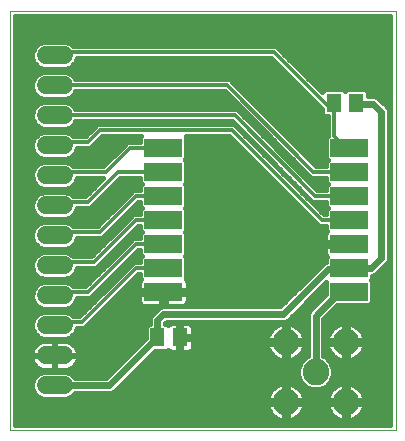
<source format=gtl>
G75*
G70*
%OFA0B0*%
%FSLAX24Y24*%
%IPPOS*%
%LPD*%
%AMOC8*
5,1,8,0,0,1.08239X$1,22.5*
%
%ADD10C,0.0000*%
%ADD11R,0.0512X0.0591*%
%ADD12C,0.0886*%
%ADD13C,0.0600*%
%ADD14R,0.1250X0.0600*%
%ADD15R,0.0512X0.0630*%
%ADD16C,0.0240*%
%ADD17C,0.0320*%
%ADD18C,0.0160*%
%ADD19C,0.0120*%
D10*
X003000Y002008D02*
X003000Y016004D01*
X015870Y016004D01*
X015870Y002008D01*
X003000Y002008D01*
D11*
X007926Y005108D03*
X008674Y005108D03*
D12*
X012200Y004958D03*
X013200Y003958D03*
X014200Y004958D03*
X014200Y002958D03*
X012200Y002958D03*
D13*
X004800Y003508D02*
X004200Y003508D01*
X004200Y004508D02*
X004800Y004508D01*
X004800Y005508D02*
X004200Y005508D01*
X004200Y006508D02*
X004800Y006508D01*
X004800Y007508D02*
X004200Y007508D01*
X004200Y008508D02*
X004800Y008508D01*
X004800Y009508D02*
X004200Y009508D01*
X004200Y010508D02*
X004800Y010508D01*
X004800Y011508D02*
X004200Y011508D01*
X004200Y012508D02*
X004800Y012508D01*
X004800Y013508D02*
X004200Y013508D01*
X004200Y014508D02*
X004800Y014508D01*
D14*
X008125Y011433D03*
X008125Y010633D03*
X008125Y009833D03*
X008125Y009033D03*
X008125Y008233D03*
X008125Y007433D03*
X008125Y006633D03*
X014325Y006633D03*
X014325Y007433D03*
X014325Y008233D03*
X014325Y009033D03*
X014325Y009833D03*
X014325Y010633D03*
X014325Y011433D03*
D15*
X014549Y012933D03*
X013801Y012933D03*
D16*
X014599Y012883D02*
X015125Y012883D01*
X015375Y012633D01*
X015375Y007758D01*
X015050Y007433D01*
X014325Y007433D01*
X014275Y007383D02*
X013625Y007383D01*
X012125Y005883D01*
X008125Y005883D01*
X007926Y005684D01*
X007926Y005108D01*
X006326Y003508D01*
X004500Y003508D01*
X013200Y003958D02*
X013200Y005833D01*
X013875Y006508D01*
D17*
X014200Y006508D01*
X014325Y006633D01*
X014275Y007383D02*
X014325Y007433D01*
X014599Y012883D02*
X014549Y012933D01*
D18*
X014945Y013143D02*
X014945Y013305D01*
X014863Y013387D01*
X014235Y013387D01*
X014175Y013327D01*
X014115Y013387D01*
X013487Y013387D01*
X013405Y013305D01*
X013405Y013285D01*
X011883Y014808D01*
X005122Y014808D01*
X005049Y014881D01*
X004888Y014948D01*
X004112Y014948D01*
X003951Y014881D01*
X003827Y014757D01*
X003760Y014595D01*
X003760Y014420D01*
X003827Y014258D01*
X003951Y014135D01*
X004112Y014068D01*
X004888Y014068D01*
X005049Y014135D01*
X005173Y014258D01*
X005235Y014408D01*
X011717Y014408D01*
X013405Y012720D01*
X013405Y012560D01*
X013487Y012478D01*
X013600Y012478D01*
X013600Y011831D01*
X013560Y011791D01*
X013560Y011075D01*
X013602Y011033D01*
X013560Y010991D01*
X013560Y010833D01*
X013208Y010833D01*
X010450Y013590D01*
X010333Y013708D01*
X005193Y013708D01*
X005173Y013757D01*
X005049Y013881D01*
X004888Y013948D01*
X004112Y013948D01*
X003951Y013881D01*
X003827Y013757D01*
X003760Y013595D01*
X003760Y013420D01*
X003827Y013258D01*
X003951Y013135D01*
X004112Y013068D01*
X004888Y013068D01*
X005049Y013135D01*
X005173Y013258D01*
X005193Y013308D01*
X010167Y013308D01*
X013042Y010433D01*
X013560Y010433D01*
X013560Y010275D01*
X013602Y010233D01*
X013560Y010191D01*
X013560Y010033D01*
X013258Y010033D01*
X010700Y012590D01*
X010583Y012708D01*
X005193Y012708D01*
X005173Y012757D01*
X005049Y012881D01*
X004888Y012948D01*
X004112Y012948D01*
X003951Y012881D01*
X003827Y012757D01*
X003760Y012595D01*
X003760Y012420D01*
X003827Y012258D01*
X003951Y012135D01*
X004112Y012068D01*
X004888Y012068D01*
X005049Y012135D01*
X005173Y012258D01*
X005193Y012308D01*
X010417Y012308D01*
X013092Y009633D01*
X013560Y009633D01*
X013560Y009475D01*
X013602Y009433D01*
X013560Y009391D01*
X013560Y009208D01*
X013483Y009208D01*
X010483Y012208D01*
X005917Y012208D01*
X005800Y012090D01*
X005517Y011808D01*
X005122Y011808D01*
X005049Y011881D01*
X004888Y011948D01*
X004112Y011948D01*
X003951Y011881D01*
X003827Y011757D01*
X003760Y011595D01*
X003760Y011420D01*
X003827Y011258D01*
X003951Y011135D01*
X004112Y011068D01*
X004888Y011068D01*
X005049Y011135D01*
X005173Y011258D01*
X005235Y011408D01*
X005683Y011408D01*
X006083Y011808D01*
X007377Y011808D01*
X007360Y011791D01*
X007360Y011608D01*
X006917Y011608D01*
X006800Y011490D01*
X006117Y010808D01*
X005122Y010808D01*
X005049Y010881D01*
X004888Y010948D01*
X004112Y010948D01*
X003951Y010881D01*
X003827Y010757D01*
X003760Y010595D01*
X003760Y010420D01*
X003827Y010258D01*
X003951Y010135D01*
X004112Y010068D01*
X004888Y010068D01*
X005049Y010135D01*
X005173Y010258D01*
X005235Y010408D01*
X006117Y010408D01*
X005517Y009808D01*
X005122Y009808D01*
X005049Y009881D01*
X004888Y009948D01*
X004112Y009948D01*
X003951Y009881D01*
X003827Y009757D01*
X003760Y009595D01*
X003760Y009420D01*
X003827Y009258D01*
X003951Y009135D01*
X004112Y009068D01*
X004888Y009068D01*
X005049Y009135D01*
X005173Y009258D01*
X005235Y009408D01*
X005683Y009408D01*
X006683Y010408D01*
X007360Y010408D01*
X007360Y010275D01*
X007402Y010233D01*
X007360Y010191D01*
X007360Y010008D01*
X007117Y010008D01*
X007000Y009890D01*
X005917Y008808D01*
X005122Y008808D01*
X005049Y008881D01*
X004888Y008948D01*
X004112Y008948D01*
X003951Y008881D01*
X003827Y008757D01*
X003760Y008595D01*
X003760Y008420D01*
X003827Y008258D01*
X003951Y008135D01*
X004112Y008068D01*
X004888Y008068D01*
X005049Y008135D01*
X005173Y008258D01*
X005235Y008408D01*
X006083Y008408D01*
X007283Y009608D01*
X007360Y009608D01*
X007360Y009475D01*
X007402Y009433D01*
X007360Y009391D01*
X007360Y009208D01*
X007117Y009208D01*
X007000Y009090D01*
X005717Y007808D01*
X005122Y007808D01*
X005049Y007881D01*
X004888Y007948D01*
X004112Y007948D01*
X003951Y007881D01*
X003827Y007757D01*
X003760Y007595D01*
X003760Y007420D01*
X003827Y007258D01*
X003951Y007135D01*
X004112Y007068D01*
X004888Y007068D01*
X005049Y007135D01*
X005173Y007258D01*
X005235Y007408D01*
X005883Y007408D01*
X007283Y008808D01*
X007360Y008808D01*
X007360Y008675D01*
X007402Y008633D01*
X007360Y008591D01*
X007360Y008408D01*
X007117Y008408D01*
X007000Y008290D01*
X005517Y006808D01*
X005122Y006808D01*
X005049Y006881D01*
X004888Y006948D01*
X004112Y006948D01*
X003951Y006881D01*
X003827Y006757D01*
X003760Y006595D01*
X003760Y006420D01*
X003827Y006258D01*
X003951Y006135D01*
X004112Y006068D01*
X004888Y006068D01*
X005049Y006135D01*
X005173Y006258D01*
X005235Y006408D01*
X005683Y006408D01*
X007283Y008008D01*
X007360Y008008D01*
X007360Y007875D01*
X007402Y007833D01*
X007360Y007791D01*
X007360Y007608D01*
X007117Y007608D01*
X007000Y007490D01*
X005317Y005808D01*
X005122Y005808D01*
X005049Y005881D01*
X004888Y005948D01*
X004112Y005948D01*
X003951Y005881D01*
X003827Y005757D01*
X003760Y005595D01*
X003760Y005420D01*
X003827Y005258D01*
X003951Y005135D01*
X004112Y005068D01*
X004888Y005068D01*
X005049Y005135D01*
X005173Y005258D01*
X005235Y005408D01*
X005483Y005408D01*
X007283Y007208D01*
X007360Y007208D01*
X007360Y007075D01*
X007374Y007061D01*
X007356Y007043D01*
X007332Y007002D01*
X007320Y006956D01*
X007320Y006703D01*
X008055Y006703D01*
X008055Y006563D01*
X007320Y006563D01*
X007320Y006309D01*
X007332Y006263D01*
X007356Y006222D01*
X007389Y006188D01*
X007431Y006165D01*
X007476Y006153D01*
X008055Y006153D01*
X008055Y006563D01*
X008195Y006563D01*
X008195Y006703D01*
X008930Y006703D01*
X008930Y006956D01*
X008918Y007002D01*
X008894Y007043D01*
X008876Y007061D01*
X008890Y007075D01*
X008890Y007791D01*
X008848Y007833D01*
X008890Y007875D01*
X008890Y008591D01*
X008848Y008633D01*
X008890Y008675D01*
X008890Y009391D01*
X008848Y009433D01*
X008890Y009475D01*
X008890Y010191D01*
X008848Y010233D01*
X008890Y010275D01*
X008890Y010991D01*
X008848Y011033D01*
X008890Y011075D01*
X008890Y011791D01*
X008873Y011808D01*
X010317Y011808D01*
X013200Y008925D01*
X013317Y008808D01*
X013560Y008808D01*
X013560Y008675D01*
X013574Y008661D01*
X013556Y008643D01*
X013532Y008602D01*
X013520Y008556D01*
X013520Y008303D01*
X014255Y008303D01*
X014255Y008163D01*
X013520Y008163D01*
X013520Y007909D01*
X013532Y007863D01*
X013556Y007822D01*
X013574Y007804D01*
X013560Y007791D01*
X013560Y007637D01*
X013478Y007603D01*
X013405Y007530D01*
X012017Y006143D01*
X008073Y006143D01*
X007978Y006103D01*
X007905Y006030D01*
X007905Y006030D01*
X007706Y005831D01*
X007666Y005735D01*
X007666Y005543D01*
X007612Y005543D01*
X007530Y005461D01*
X007530Y005079D01*
X006218Y003768D01*
X005162Y003768D01*
X005049Y003881D01*
X004888Y003948D01*
X004112Y003948D01*
X003951Y003881D01*
X003827Y003757D01*
X003760Y003595D01*
X003760Y003420D01*
X003827Y003258D01*
X003951Y003135D01*
X004112Y003068D01*
X004888Y003068D01*
X005049Y003135D01*
X005162Y003248D01*
X006378Y003248D01*
X006473Y003287D01*
X007858Y004672D01*
X008240Y004672D01*
X008272Y004705D01*
X008274Y004702D01*
X008270Y004702D01*
X008274Y004702D02*
X008308Y004668D01*
X008349Y004645D01*
X008394Y004632D01*
X008626Y004632D01*
X008626Y005060D01*
X008722Y005060D01*
X008722Y005155D01*
X009110Y005155D01*
X009110Y005426D01*
X009098Y005472D01*
X009074Y005513D01*
X009040Y005547D01*
X008999Y005571D01*
X008954Y005583D01*
X008722Y005583D01*
X008722Y005155D01*
X008626Y005155D01*
X008626Y005583D01*
X008394Y005583D01*
X008349Y005571D01*
X008308Y005547D01*
X008274Y005513D01*
X008272Y005510D01*
X008240Y005543D01*
X008186Y005543D01*
X008186Y005576D01*
X008233Y005623D01*
X012177Y005623D01*
X012272Y005662D01*
X013560Y006950D01*
X013560Y006560D01*
X012980Y005980D01*
X012940Y005884D01*
X012940Y004481D01*
X012870Y004452D01*
X012706Y004288D01*
X012617Y004073D01*
X012617Y003842D01*
X012706Y003627D01*
X012870Y003463D01*
X013084Y003375D01*
X013316Y003375D01*
X013530Y003463D01*
X013694Y003627D01*
X013783Y003842D01*
X013783Y004073D01*
X013694Y004288D01*
X013530Y004452D01*
X013460Y004481D01*
X013460Y005725D01*
X013928Y006193D01*
X015008Y006193D01*
X015090Y006275D01*
X015090Y006991D01*
X015048Y007033D01*
X015090Y007075D01*
X015090Y007173D01*
X015102Y007173D01*
X015197Y007212D01*
X015522Y007537D01*
X015595Y007610D01*
X015635Y007706D01*
X015635Y012684D01*
X015595Y012780D01*
X015345Y013030D01*
X015272Y013103D01*
X015177Y013143D01*
X014945Y013143D01*
X014945Y013261D02*
X015690Y013261D01*
X015690Y013103D02*
X015273Y013103D01*
X015431Y012944D02*
X015690Y012944D01*
X015690Y012786D02*
X015590Y012786D01*
X015635Y012627D02*
X015690Y012627D01*
X015690Y012469D02*
X015635Y012469D01*
X015635Y012310D02*
X015690Y012310D01*
X015690Y012152D02*
X015635Y012152D01*
X015635Y011993D02*
X015690Y011993D01*
X015690Y011835D02*
X015635Y011835D01*
X015635Y011676D02*
X015690Y011676D01*
X015690Y011518D02*
X015635Y011518D01*
X015635Y011359D02*
X015690Y011359D01*
X015690Y011201D02*
X015635Y011201D01*
X015635Y011042D02*
X015690Y011042D01*
X015690Y010884D02*
X015635Y010884D01*
X015635Y010725D02*
X015690Y010725D01*
X015690Y010567D02*
X015635Y010567D01*
X015635Y010408D02*
X015690Y010408D01*
X015690Y010250D02*
X015635Y010250D01*
X015635Y010091D02*
X015690Y010091D01*
X015690Y009933D02*
X015635Y009933D01*
X015635Y009774D02*
X015690Y009774D01*
X015690Y009616D02*
X015635Y009616D01*
X015635Y009457D02*
X015690Y009457D01*
X015690Y009299D02*
X015635Y009299D01*
X015635Y009140D02*
X015690Y009140D01*
X015690Y008982D02*
X015635Y008982D01*
X015635Y008823D02*
X015690Y008823D01*
X015690Y008665D02*
X015635Y008665D01*
X015635Y008506D02*
X015690Y008506D01*
X015690Y008348D02*
X015635Y008348D01*
X015635Y008189D02*
X015690Y008189D01*
X015690Y008031D02*
X015635Y008031D01*
X015635Y007872D02*
X015690Y007872D01*
X015690Y007714D02*
X015635Y007714D01*
X015690Y007555D02*
X015540Y007555D01*
X015690Y007397D02*
X015382Y007397D01*
X015223Y007238D02*
X015690Y007238D01*
X015690Y007080D02*
X015090Y007080D01*
X015090Y006921D02*
X015690Y006921D01*
X015690Y006763D02*
X015090Y006763D01*
X015090Y006604D02*
X015690Y006604D01*
X015690Y006446D02*
X015090Y006446D01*
X015090Y006287D02*
X015690Y006287D01*
X015690Y006129D02*
X013864Y006129D01*
X013705Y005970D02*
X015690Y005970D01*
X015690Y005812D02*
X013547Y005812D01*
X013460Y005653D02*
X015690Y005653D01*
X015690Y005495D02*
X014518Y005495D01*
X014526Y005490D02*
X014439Y005535D01*
X014346Y005565D01*
X014268Y005577D01*
X014268Y005025D01*
X014820Y005025D01*
X014808Y005103D01*
X014777Y005197D01*
X014733Y005284D01*
X014675Y005363D01*
X014606Y005433D01*
X014526Y005490D01*
X014695Y005336D02*
X015690Y005336D01*
X015690Y005178D02*
X014783Y005178D01*
X014820Y004890D02*
X014268Y004890D01*
X014268Y005025D01*
X014132Y005025D01*
X014132Y004890D01*
X013580Y004890D01*
X013592Y004812D01*
X013623Y004718D01*
X013667Y004631D01*
X013725Y004552D01*
X013794Y004482D01*
X013874Y004425D01*
X013961Y004380D01*
X014054Y004350D01*
X014132Y004338D01*
X014132Y004890D01*
X014268Y004890D01*
X014268Y004338D01*
X014346Y004350D01*
X014439Y004380D01*
X014526Y004425D01*
X014606Y004482D01*
X014675Y004552D01*
X014733Y004631D01*
X014777Y004718D01*
X014808Y004812D01*
X014820Y004890D01*
X014815Y004861D02*
X015690Y004861D01*
X015690Y005019D02*
X014268Y005019D01*
X014132Y005019D02*
X013460Y005019D01*
X013580Y005025D02*
X014132Y005025D01*
X014132Y005577D01*
X014054Y005565D01*
X013961Y005535D01*
X013874Y005490D01*
X013794Y005433D01*
X013725Y005363D01*
X013667Y005284D01*
X013623Y005197D01*
X013592Y005103D01*
X013580Y005025D01*
X013617Y005178D02*
X013460Y005178D01*
X013460Y005336D02*
X013705Y005336D01*
X013882Y005495D02*
X013460Y005495D01*
X013460Y004861D02*
X013585Y004861D01*
X013631Y004702D02*
X013460Y004702D01*
X013460Y004544D02*
X013733Y004544D01*
X013597Y004385D02*
X013952Y004385D01*
X014132Y004385D02*
X014268Y004385D01*
X014268Y004544D02*
X014132Y004544D01*
X014132Y004702D02*
X014268Y004702D01*
X014268Y004861D02*
X014132Y004861D01*
X014132Y005178D02*
X014268Y005178D01*
X014268Y005336D02*
X014132Y005336D01*
X014132Y005495D02*
X014268Y005495D01*
X014769Y004702D02*
X015690Y004702D01*
X015690Y004544D02*
X014667Y004544D01*
X014448Y004385D02*
X015690Y004385D01*
X015690Y004227D02*
X013720Y004227D01*
X013783Y004068D02*
X015690Y004068D01*
X015690Y003910D02*
X013783Y003910D01*
X013745Y003751D02*
X015690Y003751D01*
X015690Y003593D02*
X013659Y003593D01*
X013794Y003433D02*
X013725Y003363D01*
X013667Y003284D01*
X013623Y003197D01*
X013592Y003103D01*
X013580Y003025D01*
X014132Y003025D01*
X014132Y002890D01*
X013580Y002890D01*
X013592Y002812D01*
X013623Y002718D01*
X013667Y002631D01*
X013725Y002552D01*
X013794Y002482D01*
X013874Y002425D01*
X013961Y002380D01*
X014054Y002350D01*
X014132Y002338D01*
X014132Y002890D01*
X014268Y002890D01*
X014268Y003025D01*
X014820Y003025D01*
X014808Y003103D01*
X014777Y003197D01*
X014733Y003284D01*
X014675Y003363D01*
X014606Y003433D01*
X014526Y003490D01*
X014439Y003535D01*
X014346Y003565D01*
X014268Y003577D01*
X014268Y003025D01*
X014132Y003025D01*
X014132Y003577D01*
X014054Y003565D01*
X013961Y003535D01*
X013874Y003490D01*
X013794Y003433D01*
X013796Y003434D02*
X013459Y003434D01*
X013663Y003276D02*
X012737Y003276D01*
X012733Y003284D02*
X012675Y003363D01*
X012606Y003433D01*
X012526Y003490D01*
X012439Y003535D01*
X012346Y003565D01*
X012268Y003577D01*
X012268Y003025D01*
X012820Y003025D01*
X012808Y003103D01*
X012777Y003197D01*
X012733Y003284D01*
X012803Y003117D02*
X013597Y003117D01*
X013596Y002800D02*
X012804Y002800D01*
X012808Y002812D02*
X012820Y002890D01*
X012268Y002890D01*
X012268Y003025D01*
X012132Y003025D01*
X012132Y002890D01*
X011580Y002890D01*
X011592Y002812D01*
X011623Y002718D01*
X011667Y002631D01*
X011725Y002552D01*
X011794Y002482D01*
X011874Y002425D01*
X011961Y002380D01*
X012054Y002350D01*
X012132Y002338D01*
X012132Y002890D01*
X012268Y002890D01*
X012268Y002338D01*
X012346Y002350D01*
X012439Y002380D01*
X012526Y002425D01*
X012606Y002482D01*
X012675Y002552D01*
X012733Y002631D01*
X012777Y002718D01*
X012808Y002812D01*
X012738Y002642D02*
X013662Y002642D01*
X013794Y002483D02*
X012606Y002483D01*
X012268Y002483D02*
X012132Y002483D01*
X012132Y002642D02*
X012268Y002642D01*
X012268Y002800D02*
X012132Y002800D01*
X012132Y002959D02*
X003180Y002959D01*
X003180Y003117D02*
X003993Y003117D01*
X003820Y003276D02*
X003180Y003276D01*
X003180Y003434D02*
X003760Y003434D01*
X003760Y003593D02*
X003180Y003593D01*
X003180Y003751D02*
X003825Y003751D01*
X004021Y003910D02*
X003180Y003910D01*
X003180Y004068D02*
X004005Y004068D01*
X004016Y004063D02*
X004088Y004039D01*
X004162Y004028D01*
X004480Y004028D01*
X004480Y004488D01*
X003720Y004488D01*
X003720Y004470D01*
X003732Y004395D01*
X003755Y004323D01*
X003789Y004256D01*
X003834Y004195D01*
X003887Y004141D01*
X003948Y004097D01*
X004016Y004063D01*
X003811Y004227D02*
X003180Y004227D01*
X003180Y004385D02*
X003735Y004385D01*
X003720Y004528D02*
X003720Y004545D01*
X003732Y004620D01*
X003755Y004692D01*
X003789Y004759D01*
X003834Y004820D01*
X003887Y004874D01*
X003948Y004918D01*
X004016Y004952D01*
X004088Y004976D01*
X004162Y004988D01*
X004480Y004988D01*
X004480Y004528D01*
X004520Y004528D01*
X004520Y004988D01*
X004838Y004988D01*
X004912Y004976D01*
X004984Y004952D01*
X005052Y004918D01*
X005113Y004874D01*
X005166Y004820D01*
X005211Y004759D01*
X005245Y004692D01*
X005268Y004620D01*
X005280Y004545D01*
X005280Y004528D01*
X004520Y004528D01*
X004520Y004488D01*
X005280Y004488D01*
X005280Y004470D01*
X005268Y004395D01*
X005245Y004323D01*
X005211Y004256D01*
X005166Y004195D01*
X005113Y004141D01*
X005052Y004097D01*
X004984Y004063D01*
X004912Y004039D01*
X004838Y004028D01*
X004520Y004028D01*
X004520Y004488D01*
X004480Y004488D01*
X004480Y004528D01*
X003720Y004528D01*
X003720Y004544D02*
X003180Y004544D01*
X003180Y004702D02*
X003760Y004702D01*
X003874Y004861D02*
X003180Y004861D01*
X003180Y005019D02*
X007470Y005019D01*
X007530Y005178D02*
X005092Y005178D01*
X005205Y005336D02*
X007530Y005336D01*
X007564Y005495D02*
X005570Y005495D01*
X005728Y005653D02*
X007666Y005653D01*
X007698Y005812D02*
X005887Y005812D01*
X006045Y005970D02*
X007845Y005970D01*
X008040Y006129D02*
X006204Y006129D01*
X006362Y006287D02*
X007326Y006287D01*
X007320Y006446D02*
X006521Y006446D01*
X006679Y006604D02*
X008055Y006604D01*
X008195Y006604D02*
X012479Y006604D01*
X012637Y006763D02*
X008930Y006763D01*
X008930Y006921D02*
X012796Y006921D01*
X012954Y007080D02*
X008890Y007080D01*
X008890Y007238D02*
X013113Y007238D01*
X013271Y007397D02*
X008890Y007397D01*
X008890Y007555D02*
X013430Y007555D01*
X013560Y007714D02*
X008890Y007714D01*
X008887Y007872D02*
X013530Y007872D01*
X013520Y008031D02*
X008890Y008031D01*
X008890Y008189D02*
X014255Y008189D01*
X013520Y008348D02*
X008890Y008348D01*
X008890Y008506D02*
X013520Y008506D01*
X013570Y008665D02*
X008880Y008665D01*
X008890Y008823D02*
X013302Y008823D01*
X013143Y008982D02*
X008890Y008982D01*
X008890Y009140D02*
X012985Y009140D01*
X012826Y009299D02*
X008890Y009299D01*
X008873Y009457D02*
X012668Y009457D01*
X012509Y009616D02*
X008890Y009616D01*
X008890Y009774D02*
X012351Y009774D01*
X012192Y009933D02*
X008890Y009933D01*
X008890Y010091D02*
X012034Y010091D01*
X011875Y010250D02*
X008865Y010250D01*
X008890Y010408D02*
X011717Y010408D01*
X011558Y010567D02*
X008890Y010567D01*
X008890Y010725D02*
X011400Y010725D01*
X011241Y010884D02*
X008890Y010884D01*
X008858Y011042D02*
X011083Y011042D01*
X010924Y011201D02*
X008890Y011201D01*
X008890Y011359D02*
X010766Y011359D01*
X010607Y011518D02*
X008890Y011518D01*
X008890Y011676D02*
X010449Y011676D01*
X010697Y011993D02*
X010732Y011993D01*
X010856Y011835D02*
X010890Y011835D01*
X011014Y011676D02*
X011049Y011676D01*
X011173Y011518D02*
X011207Y011518D01*
X011331Y011359D02*
X011366Y011359D01*
X011490Y011201D02*
X011524Y011201D01*
X011648Y011042D02*
X011683Y011042D01*
X011807Y010884D02*
X011841Y010884D01*
X011965Y010725D02*
X012000Y010725D01*
X012124Y010567D02*
X012158Y010567D01*
X012282Y010408D02*
X012317Y010408D01*
X012441Y010250D02*
X012475Y010250D01*
X012599Y010091D02*
X012634Y010091D01*
X012758Y009933D02*
X012792Y009933D01*
X012916Y009774D02*
X012951Y009774D01*
X013075Y009616D02*
X013560Y009616D01*
X013577Y009457D02*
X013233Y009457D01*
X013392Y009299D02*
X013560Y009299D01*
X013560Y010091D02*
X013199Y010091D01*
X013041Y010250D02*
X013585Y010250D01*
X013560Y010408D02*
X012882Y010408D01*
X012908Y010567D02*
X012724Y010567D01*
X012750Y010725D02*
X012565Y010725D01*
X012591Y010884D02*
X012407Y010884D01*
X012433Y011042D02*
X012248Y011042D01*
X012274Y011201D02*
X012090Y011201D01*
X012116Y011359D02*
X011931Y011359D01*
X011957Y011518D02*
X011773Y011518D01*
X011799Y011676D02*
X011614Y011676D01*
X011640Y011835D02*
X011456Y011835D01*
X011482Y011993D02*
X011297Y011993D01*
X011323Y012152D02*
X011139Y012152D01*
X011165Y012310D02*
X010980Y012310D01*
X011006Y012469D02*
X010822Y012469D01*
X010848Y012627D02*
X010663Y012627D01*
X010689Y012786D02*
X005144Y012786D01*
X004896Y012944D02*
X010531Y012944D01*
X010372Y013103D02*
X004972Y013103D01*
X005174Y013261D02*
X010214Y013261D01*
X010462Y013578D02*
X012547Y013578D01*
X012705Y013420D02*
X010621Y013420D01*
X010779Y013261D02*
X012864Y013261D01*
X013022Y013103D02*
X010938Y013103D01*
X011096Y012944D02*
X013181Y012944D01*
X013339Y012786D02*
X011255Y012786D01*
X011413Y012627D02*
X013405Y012627D01*
X013600Y012469D02*
X011572Y012469D01*
X011730Y012310D02*
X013600Y012310D01*
X013600Y012152D02*
X011889Y012152D01*
X012047Y011993D02*
X013600Y011993D01*
X013600Y011835D02*
X012206Y011835D01*
X012364Y011676D02*
X013560Y011676D01*
X013560Y011518D02*
X012523Y011518D01*
X012681Y011359D02*
X013560Y011359D01*
X013560Y011201D02*
X012840Y011201D01*
X012998Y011042D02*
X013592Y011042D01*
X013560Y010884D02*
X013157Y010884D01*
X013271Y013420D02*
X015690Y013420D01*
X015690Y013578D02*
X013112Y013578D01*
X012954Y013737D02*
X015690Y013737D01*
X015690Y013895D02*
X012795Y013895D01*
X012637Y014054D02*
X015690Y014054D01*
X015690Y014212D02*
X012478Y014212D01*
X012320Y014371D02*
X015690Y014371D01*
X015690Y014529D02*
X012161Y014529D01*
X012003Y014688D02*
X015690Y014688D01*
X015690Y014846D02*
X005084Y014846D01*
X005220Y014371D02*
X011754Y014371D01*
X011913Y014212D02*
X005127Y014212D01*
X005014Y013895D02*
X012230Y013895D01*
X012388Y013737D02*
X005181Y013737D01*
X004104Y012944D02*
X003180Y012944D01*
X003180Y012786D02*
X003856Y012786D01*
X003773Y012627D02*
X003180Y012627D01*
X003180Y012469D02*
X003760Y012469D01*
X003806Y012310D02*
X003180Y012310D01*
X003180Y012152D02*
X003934Y012152D01*
X003905Y011835D02*
X003180Y011835D01*
X003180Y011993D02*
X005703Y011993D01*
X005861Y012152D02*
X005066Y012152D01*
X005095Y011835D02*
X005544Y011835D01*
X005793Y011518D02*
X006827Y011518D01*
X006669Y011359D02*
X005215Y011359D01*
X005115Y011201D02*
X006510Y011201D01*
X006352Y011042D02*
X003180Y011042D01*
X003180Y010884D02*
X003958Y010884D01*
X003814Y010725D02*
X003180Y010725D01*
X003180Y010567D02*
X003760Y010567D01*
X003765Y010408D02*
X003180Y010408D01*
X003180Y010250D02*
X003836Y010250D01*
X004056Y010091D02*
X003180Y010091D01*
X003180Y009933D02*
X004076Y009933D01*
X003844Y009774D02*
X003180Y009774D01*
X003180Y009616D02*
X003768Y009616D01*
X003760Y009457D02*
X003180Y009457D01*
X003180Y009299D02*
X003810Y009299D01*
X003945Y009140D02*
X003180Y009140D01*
X003180Y008982D02*
X006091Y008982D01*
X006250Y009140D02*
X005055Y009140D01*
X005190Y009299D02*
X006408Y009299D01*
X006567Y009457D02*
X005732Y009457D01*
X005891Y009616D02*
X006725Y009616D01*
X006884Y009774D02*
X006049Y009774D01*
X006208Y009933D02*
X007042Y009933D01*
X007360Y010091D02*
X006366Y010091D01*
X006525Y010250D02*
X007385Y010250D01*
X007377Y009457D02*
X007132Y009457D01*
X006974Y009299D02*
X007360Y009299D01*
X007050Y009140D02*
X006815Y009140D01*
X006891Y008982D02*
X006657Y008982D01*
X006733Y008823D02*
X006498Y008823D01*
X006574Y008665D02*
X006340Y008665D01*
X006416Y008506D02*
X006181Y008506D01*
X006257Y008348D02*
X005210Y008348D01*
X005104Y008189D02*
X006099Y008189D01*
X005940Y008031D02*
X003180Y008031D01*
X003180Y008189D02*
X003896Y008189D01*
X003790Y008348D02*
X003180Y008348D01*
X003180Y008506D02*
X003760Y008506D01*
X003789Y008665D02*
X003180Y008665D01*
X003180Y008823D02*
X003893Y008823D01*
X003942Y007872D02*
X003180Y007872D01*
X003180Y007714D02*
X003809Y007714D01*
X003760Y007555D02*
X003180Y007555D01*
X003180Y007397D02*
X003770Y007397D01*
X003847Y007238D02*
X003180Y007238D01*
X003180Y007080D02*
X004083Y007080D01*
X004049Y006921D02*
X003180Y006921D01*
X003180Y006763D02*
X003833Y006763D01*
X003764Y006604D02*
X003180Y006604D01*
X003180Y006446D02*
X003760Y006446D01*
X003815Y006287D02*
X003180Y006287D01*
X003180Y006129D02*
X003965Y006129D01*
X003882Y005812D02*
X003180Y005812D01*
X003180Y005970D02*
X005480Y005970D01*
X005638Y006129D02*
X005035Y006129D01*
X005185Y006287D02*
X005797Y006287D01*
X005721Y006446D02*
X005955Y006446D01*
X005879Y006604D02*
X006114Y006604D01*
X006038Y006763D02*
X006272Y006763D01*
X006196Y006921D02*
X006431Y006921D01*
X006355Y007080D02*
X006589Y007080D01*
X006513Y007238D02*
X006748Y007238D01*
X006672Y007397D02*
X006906Y007397D01*
X006830Y007555D02*
X007065Y007555D01*
X006989Y007714D02*
X007360Y007714D01*
X007363Y007872D02*
X007147Y007872D01*
X006899Y008189D02*
X006664Y008189D01*
X006740Y008031D02*
X006506Y008031D01*
X006582Y007872D02*
X006347Y007872D01*
X006423Y007714D02*
X006189Y007714D01*
X006265Y007555D02*
X006030Y007555D01*
X006106Y007397D02*
X005230Y007397D01*
X005153Y007238D02*
X005948Y007238D01*
X005789Y007080D02*
X004917Y007080D01*
X004951Y006921D02*
X005631Y006921D01*
X005782Y007872D02*
X005058Y007872D01*
X005107Y008823D02*
X005933Y008823D01*
X006823Y008348D02*
X007057Y008348D01*
X006981Y008506D02*
X007360Y008506D01*
X007370Y008665D02*
X007140Y008665D01*
X007000Y009090D02*
X007000Y009090D01*
X005959Y010250D02*
X005164Y010250D01*
X004944Y010091D02*
X005801Y010091D01*
X005642Y009933D02*
X004924Y009933D01*
X005042Y010884D02*
X006193Y010884D01*
X005951Y011676D02*
X007360Y011676D01*
X010539Y012152D02*
X010573Y012152D01*
X012071Y014054D02*
X003180Y014054D01*
X003180Y014212D02*
X003873Y014212D01*
X003780Y014371D02*
X003180Y014371D01*
X003180Y014529D02*
X003760Y014529D01*
X003798Y014688D02*
X003180Y014688D01*
X003180Y014846D02*
X003916Y014846D01*
X003180Y015005D02*
X015690Y015005D01*
X015690Y015163D02*
X003180Y015163D01*
X003180Y015322D02*
X015690Y015322D01*
X015690Y015480D02*
X003180Y015480D01*
X003180Y015639D02*
X015690Y015639D01*
X015690Y015797D02*
X003180Y015797D01*
X003180Y015824D02*
X015690Y015824D01*
X015690Y002188D01*
X003180Y002188D01*
X003180Y015824D01*
X003180Y013895D02*
X003986Y013895D01*
X003819Y013737D02*
X003180Y013737D01*
X003180Y013578D02*
X003760Y013578D01*
X003760Y013420D02*
X003180Y013420D01*
X003180Y013261D02*
X003826Y013261D01*
X004028Y013103D02*
X003180Y013103D01*
X003180Y011676D02*
X003794Y011676D01*
X003760Y011518D02*
X003180Y011518D01*
X003180Y011359D02*
X003785Y011359D01*
X003885Y011201D02*
X003180Y011201D01*
X007155Y007080D02*
X007360Y007080D01*
X007320Y006921D02*
X006996Y006921D01*
X006838Y006763D02*
X007320Y006763D01*
X008055Y006446D02*
X008195Y006446D01*
X008195Y006563D02*
X008195Y006153D01*
X008774Y006153D01*
X008819Y006165D01*
X008861Y006188D01*
X008894Y006222D01*
X008918Y006263D01*
X008930Y006309D01*
X008930Y006563D01*
X008195Y006563D01*
X008195Y006287D02*
X008055Y006287D01*
X008626Y005495D02*
X008722Y005495D01*
X008722Y005336D02*
X008626Y005336D01*
X008626Y005178D02*
X008722Y005178D01*
X008722Y005060D02*
X009110Y005060D01*
X009110Y004789D01*
X009098Y004743D01*
X009074Y004702D01*
X011631Y004702D01*
X011623Y004718D02*
X011667Y004631D01*
X011725Y004552D01*
X011794Y004482D01*
X011874Y004425D01*
X011961Y004380D01*
X012054Y004350D01*
X012132Y004338D01*
X012132Y004890D01*
X011580Y004890D01*
X011592Y004812D01*
X011623Y004718D01*
X011585Y004861D02*
X009110Y004861D01*
X009110Y005019D02*
X012132Y005019D01*
X012132Y005025D02*
X012132Y004890D01*
X012268Y004890D01*
X012268Y005025D01*
X012820Y005025D01*
X012808Y005103D01*
X012777Y005197D01*
X012733Y005284D01*
X012675Y005363D01*
X012606Y005433D01*
X012526Y005490D01*
X012439Y005535D01*
X012346Y005565D01*
X012268Y005577D01*
X012268Y005025D01*
X012132Y005025D01*
X011580Y005025D01*
X011592Y005103D01*
X011623Y005197D01*
X011667Y005284D01*
X011725Y005363D01*
X011794Y005433D01*
X011874Y005490D01*
X011961Y005535D01*
X012054Y005565D01*
X012132Y005577D01*
X012132Y005025D01*
X012268Y005019D02*
X012940Y005019D01*
X012940Y004861D02*
X012815Y004861D01*
X012820Y004890D02*
X012268Y004890D01*
X012268Y004338D01*
X012346Y004350D01*
X012439Y004380D01*
X012526Y004425D01*
X012606Y004482D01*
X012675Y004552D01*
X012733Y004631D01*
X012777Y004718D01*
X012808Y004812D01*
X012820Y004890D01*
X012769Y004702D02*
X012940Y004702D01*
X012940Y004544D02*
X012667Y004544D01*
X012803Y004385D02*
X012448Y004385D01*
X012268Y004385D02*
X012132Y004385D01*
X012132Y004544D02*
X012268Y004544D01*
X012268Y004702D02*
X012132Y004702D01*
X012132Y004861D02*
X012268Y004861D01*
X012268Y005178D02*
X012132Y005178D01*
X012132Y005336D02*
X012268Y005336D01*
X012268Y005495D02*
X012132Y005495D01*
X012250Y005653D02*
X012940Y005653D01*
X012940Y005495D02*
X012518Y005495D01*
X012695Y005336D02*
X012940Y005336D01*
X012940Y005178D02*
X012783Y005178D01*
X012940Y005812D02*
X012422Y005812D01*
X012580Y005970D02*
X012976Y005970D01*
X013128Y006129D02*
X012739Y006129D01*
X012897Y006287D02*
X013287Y006287D01*
X013445Y006446D02*
X013056Y006446D01*
X013214Y006604D02*
X013560Y006604D01*
X013560Y006763D02*
X013373Y006763D01*
X013531Y006921D02*
X013560Y006921D01*
X012320Y006446D02*
X008930Y006446D01*
X008924Y006287D02*
X012162Y006287D01*
X011882Y005495D02*
X009085Y005495D01*
X009110Y005336D02*
X011705Y005336D01*
X011617Y005178D02*
X009110Y005178D01*
X009074Y004702D02*
X009040Y004668D01*
X008999Y004645D01*
X008954Y004632D01*
X008722Y004632D01*
X008722Y005060D01*
X008722Y005019D02*
X008626Y005019D01*
X008626Y004861D02*
X008722Y004861D01*
X008722Y004702D02*
X008626Y004702D01*
X007730Y004544D02*
X011733Y004544D01*
X011952Y004385D02*
X007571Y004385D01*
X007413Y004227D02*
X012680Y004227D01*
X012617Y004068D02*
X007254Y004068D01*
X007096Y003910D02*
X012617Y003910D01*
X012655Y003751D02*
X006937Y003751D01*
X006779Y003593D02*
X012741Y003593D01*
X012604Y003434D02*
X012941Y003434D01*
X012268Y003434D02*
X012132Y003434D01*
X012132Y003577D02*
X012054Y003565D01*
X011961Y003535D01*
X011874Y003490D01*
X011794Y003433D01*
X011725Y003363D01*
X011667Y003284D01*
X011623Y003197D01*
X011592Y003103D01*
X011580Y003025D01*
X012132Y003025D01*
X012132Y003577D01*
X012132Y003276D02*
X012268Y003276D01*
X012268Y003117D02*
X012132Y003117D01*
X012268Y002959D02*
X014132Y002959D01*
X014268Y002959D02*
X015690Y002959D01*
X015690Y003117D02*
X014803Y003117D01*
X014737Y003276D02*
X015690Y003276D01*
X015690Y003434D02*
X014604Y003434D01*
X014268Y003434D02*
X014132Y003434D01*
X014132Y003276D02*
X014268Y003276D01*
X014268Y003117D02*
X014132Y003117D01*
X014268Y002890D02*
X014820Y002890D01*
X014808Y002812D01*
X014777Y002718D01*
X014733Y002631D01*
X014675Y002552D01*
X014606Y002482D01*
X014526Y002425D01*
X014439Y002380D01*
X014346Y002350D01*
X014268Y002338D01*
X014268Y002890D01*
X014268Y002800D02*
X014132Y002800D01*
X014132Y002642D02*
X014268Y002642D01*
X014268Y002483D02*
X014132Y002483D01*
X014606Y002483D02*
X015690Y002483D01*
X015690Y002325D02*
X003180Y002325D01*
X003180Y002483D02*
X011794Y002483D01*
X011662Y002642D02*
X003180Y002642D01*
X003180Y002800D02*
X011596Y002800D01*
X011597Y003117D02*
X005007Y003117D01*
X004979Y003910D02*
X006360Y003910D01*
X006519Y004068D02*
X004995Y004068D01*
X005189Y004227D02*
X006677Y004227D01*
X006836Y004385D02*
X005265Y004385D01*
X005280Y004544D02*
X006994Y004544D01*
X007153Y004702D02*
X005240Y004702D01*
X005126Y004861D02*
X007311Y004861D01*
X006620Y003434D02*
X011796Y003434D01*
X011663Y003276D02*
X006445Y003276D01*
X004520Y004068D02*
X004480Y004068D01*
X004480Y004227D02*
X004520Y004227D01*
X004520Y004385D02*
X004480Y004385D01*
X004480Y004544D02*
X004520Y004544D01*
X004520Y004702D02*
X004480Y004702D01*
X004480Y004861D02*
X004520Y004861D01*
X003908Y005178D02*
X003180Y005178D01*
X003180Y005336D02*
X003795Y005336D01*
X003760Y005495D02*
X003180Y005495D01*
X003180Y005653D02*
X003784Y005653D01*
X005118Y005812D02*
X005321Y005812D01*
X014738Y002642D02*
X015690Y002642D01*
X015690Y002800D02*
X014804Y002800D01*
D19*
X014200Y009008D02*
X013400Y009008D01*
X010400Y012008D01*
X006000Y012008D01*
X005600Y011608D01*
X004600Y011608D01*
X004500Y011508D01*
X004600Y010608D02*
X004500Y010508D01*
X004600Y010608D02*
X006200Y010608D01*
X007000Y011408D01*
X008000Y011408D01*
X008125Y011433D01*
X008125Y010633D02*
X008000Y010608D01*
X006600Y010608D01*
X005600Y009608D01*
X004600Y009608D01*
X004500Y009508D01*
X004600Y008608D02*
X004500Y008508D01*
X004600Y008608D02*
X006000Y008608D01*
X007200Y009808D01*
X008000Y009808D01*
X008125Y009833D01*
X008125Y009033D02*
X008000Y009008D01*
X007200Y009008D01*
X005800Y007608D01*
X004600Y007608D01*
X004500Y007508D01*
X004600Y006608D02*
X004500Y006508D01*
X004600Y006608D02*
X005600Y006608D01*
X007200Y008208D01*
X008000Y008208D01*
X008125Y008233D01*
X008125Y007433D02*
X008000Y007408D01*
X007200Y007408D01*
X005400Y005608D01*
X004600Y005608D01*
X004500Y005508D01*
X004500Y012508D02*
X010500Y012508D01*
X013175Y009833D01*
X014325Y009833D01*
X014325Y010633D02*
X013125Y010633D01*
X010250Y013508D01*
X004500Y013508D01*
X004500Y014508D02*
X004600Y014608D01*
X011800Y014608D01*
X013800Y012608D01*
X013800Y012808D01*
X013801Y012933D01*
X013800Y012608D02*
X013800Y011808D01*
X014200Y011408D01*
X014325Y011433D01*
X014325Y009033D02*
X014200Y009008D01*
M02*

</source>
